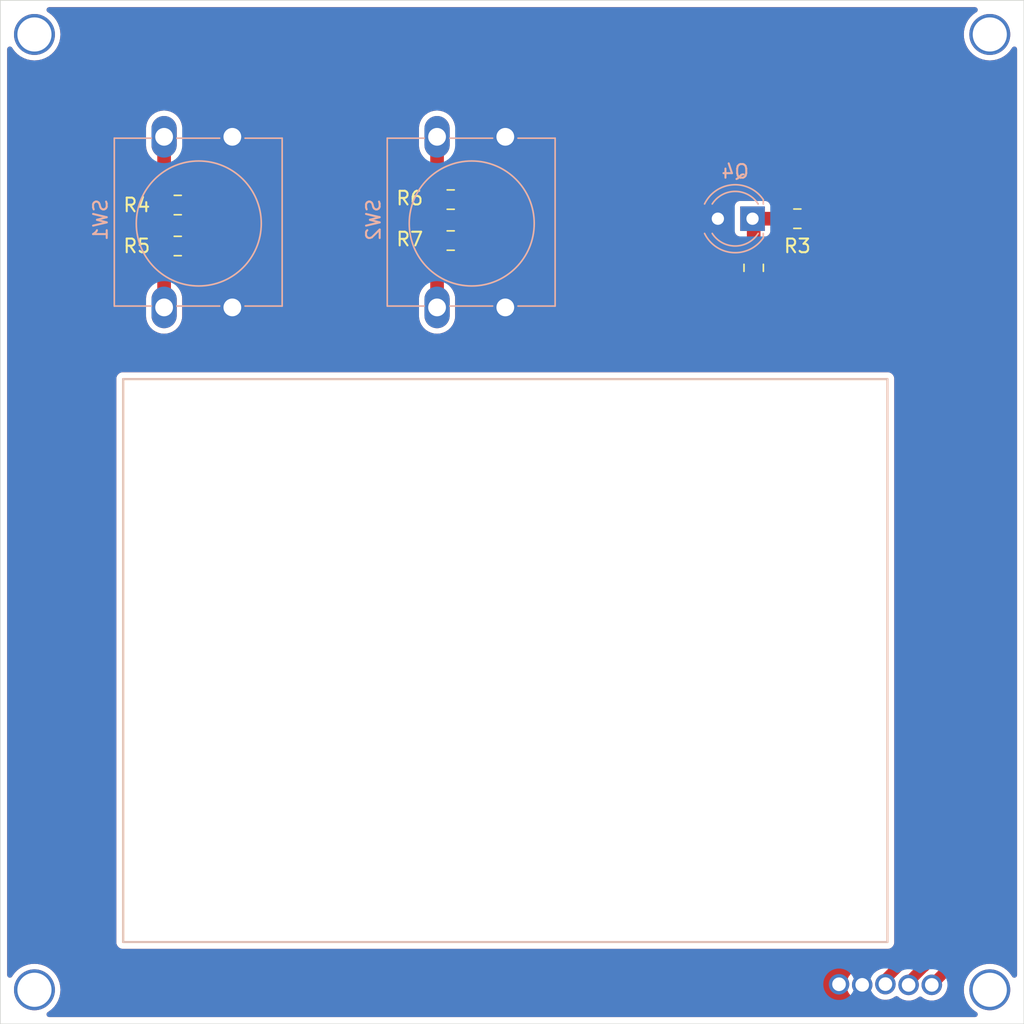
<source format=kicad_pcb>
(kicad_pcb (version 20221018) (generator pcbnew)
  (title_block (title "странный кубик") (date "2023-06-22") (company "НТЦ Вулкан") (comment 1 "Странные игры") (comment 2 "Круглов В.С."))
  (layers (0 "F.Cu" signal) (31 "B.Cu" signal) (34 "B.Paste" user) (35 "F.Paste" user) (36 "B.SilkS" user "B.Silkscreen") (37 "F.SilkS" user "F.Silkscreen") (38 "B.Mask" user) (39 "F.Mask" user) (44 "Edge.Cuts" user))
  (net 0 "")
  (net 1 "GND")
  (net 2 "+3V3")
  (net 3 "B1")
  (net 4 "B2")
  (net 5 "Net-(Q4-C)")
  (net 6 "Net-(R6-Pad1)")
  (net 7 "PhotoSensor")
  (net 8 "Net-(R4-Pad1)")
  (footprint "PCM_4ms_Resistor:R_0805_2012Metric" (layer "F.Cu") (at 162.346 164.64)
    (fp_text reference "R6" (at -3 -0.1) (layer "F.SilkS"))
    (fp_text value "330_0805" hide)
    (fp_line (start -0.258578 -0.71) (end 0.258578 -0.71) (stroke (width 0.12)) (layer "F.SilkS"))
    (fp_line (start -0.258578 0.71) (end 0.258578 0.71) (stroke (width 0.12)) (layer "F.SilkS"))
    (pad "1" smd roundrect (at -0.9375 0) (size 0.975 1.4) (layers "F.Cu" "F.Paste" "F.Mask") (net 6 "Net-(R6-Pad1)"))
    (pad "2" smd roundrect (at 0.9375 0) (size 0.975 1.4) (layers "F.Cu" "F.Paste" "F.Mask") (net 4 "B2"))
  )
  (footprint "PCM_4ms_Resistor:R_0805_2012Metric" (layer "F.Cu") (at 162.346 167.64)
    (fp_text reference "R7" (at -3 -0.1) (layer "F.SilkS"))
    (fp_text value "10k_0805" hide)
    (fp_line (start -0.258578 -0.71) (end 0.258578 -0.71) (stroke (width 0.12)) (layer "F.SilkS"))
    (fp_line (start -0.258578 0.71) (end 0.258578 0.71) (stroke (width 0.12)) (layer "F.SilkS"))
    (pad "1" smd roundrect (at -0.9375 0) (size 0.975 1.4) (layers "F.Cu" "F.Paste" "F.Mask") (net 6 "Net-(R6-Pad1)"))
    (pad "2" smd roundrect (at 0.9375 0) (size 0.975 1.4) (layers "F.Cu" "F.Paste" "F.Mask") (net 2 "+3V3"))
  )
  (footprint "PCM_4ms_Resistor:R_0805_2012Metric" (layer "F.Cu") (at 184.546 169.64 -90)
    (fp_text reference "R20" hide)
    (fp_text value "10k_0805" hide)
    (fp_line (start -0.258578 -0.71) (end 0.258578 -0.71) (stroke (width 0.12)) (layer "F.SilkS"))
    (fp_line (start -0.258578 0.71) (end 0.258578 0.71) (stroke (width 0.12)) (layer "F.SilkS"))
    (pad "1" smd roundrect (at -0.9375 0 270) (size 0.975 1.4) (layers "F.Cu" "F.Paste" "F.Mask") (net 5 "Net-(Q4-C)"))
    (pad "2" smd roundrect (at 0.9375 0 270) (size 0.975 1.4) (layers "F.Cu" "F.Paste" "F.Mask") (net 2 "+3V3"))
  )
  (footprint "PCM_4ms_Resistor:R_0805_2012Metric" (layer "F.Cu") (at 142.346 168.04)
    (fp_text reference "R5" (at -3 0) (layer "F.SilkS"))
    (fp_text value "10k_0805" hide)
    (fp_line (start -0.258578 -0.71) (end 0.258578 -0.71) (stroke (width 0.12)) (layer "F.SilkS"))
    (fp_line (start -0.258578 0.71) (end 0.258578 0.71) (stroke (width 0.12)) (layer "F.SilkS"))
    (pad "1" smd roundrect (at -0.9375 0) (size 0.975 1.4) (layers "F.Cu" "F.Paste" "F.Mask") (net 8 "Net-(R4-Pad1)"))
    (pad "2" smd roundrect (at 0.9375 0) (size 0.975 1.4) (layers "F.Cu" "F.Paste" "F.Mask") (net 2 "+3V3"))
  )
  (footprint "PCM_4ms_Resistor:R_0805_2012Metric" (layer "F.Cu") (at 187.746 166.04)
    (fp_text reference "R3" (at 0 2) (layer "F.SilkS"))
    (fp_text value "330_0805" hide)
    (fp_line (start -0.258578 -0.71) (end 0.258578 -0.71) (stroke (width 0.12)) (layer "F.SilkS"))
    (fp_line (start -0.258578 0.71) (end 0.258578 0.71) (stroke (width 0.12)) (layer "F.SilkS"))
    (pad "1" smd roundrect (at -0.9375 0) (size 0.975 1.4) (layers "F.Cu" "F.Paste" "F.Mask") (net 5 "Net-(Q4-C)"))
    (pad "2" smd roundrect (at 0.9375 0) (size 0.975 1.4) (layers "F.Cu" "F.Paste" "F.Mask") (net 7 "PhotoSensor"))
  )
  (footprint "PCM_4ms_Resistor:R_0805_2012Metric" (layer "F.Cu") (at 142.346 165.04)
    (fp_text reference "R4" (at -3 0) (layer "F.SilkS"))
    (fp_text value "330_0805" hide)
    (fp_line (start -0.258578 -0.71) (end 0.258578 -0.71) (stroke (width 0.12)) (layer "F.SilkS"))
    (fp_line (start -0.258578 0.71) (end 0.258578 0.71) (stroke (width 0.12)) (layer "F.SilkS"))
    (pad "1" smd roundrect (at -0.9375 0) (size 0.975 1.4) (layers "F.Cu" "F.Paste" "F.Mask") (net 8 "Net-(R4-Pad1)"))
    (pad "2" smd roundrect (at 0.9375 0) (size 0.975 1.4) (layers "F.Cu" "F.Paste" "F.Mask") (net 3 "B1"))
  )
  (footprint "LED_THT:LED_D4.0mm" (layer "B.Cu") (at 184.461 166.04 180)
    (fp_text reference "Q4" (at 1.27 3.46) (layer "B.SilkS") (effects (justify mirror)))
    (fp_text value "Q_Photo" hide)
    (fp_line (start -0.79 -1.08) (end -0.79 -1.399) (stroke (width 0.12)) (layer "B.SilkS"))
    (fp_line (start -0.79 1.399) (end -0.79 1.08) (stroke (width 0.12)) (layer "B.SilkS"))
    (fp_arc (start -0.79 -1.398749) (mid 1.453519 -2.483228) (end 3.513242 -1.080724) (stroke (width 0.12)) (layer "B.SilkS"))
    (fp_arc (start -0.41333 -1.08) (mid 1.269429 -2) (end 2.952713 -1.080961) (stroke (width 0.12)) (layer "B.SilkS"))
    (fp_arc (start 2.952713 1.080961) (mid 1.269429 2) (end -0.41333 1.08) (stroke (width 0.12)) (layer "B.SilkS"))
    (fp_arc (start 3.513242 1.080724) (mid 1.453519 2.483228) (end -0.79 1.398749) (stroke (width 0.12)) (layer "B.SilkS"))
    (pad "1" thru_hole rect (at 0 0 180) (size 1.8 1.8) (drill 0.9) (layers "*.Cu" "*.Mask") (net 5 "Net-(Q4-C)"))
    (pad "2" thru_hole circle (at 2.54 0 180) (size 1.8 1.8) (drill 0.9) (layers "*.Cu" "*.Mask") (net 1 "GND"))
  )
  (footprint "Button_Switch_THT:SW_PUSH-12mm" (layer "B.Cu") (at 161.346 160.04 -90)
    (fp_text reference "SW2" (at 6.08 4.66 90) (layer "B.SilkS") (effects (justify mirror)))
    (fp_text value "SW_Push")
    (fp_line (start 0.1 -8.65) (end 0.1 -5.93) (stroke (width 0.12)) (layer "B.SilkS"))
    (fp_line (start 0.1 -4.07) (end 0.1 -0.93) (stroke (width 0.12)) (layer "B.SilkS"))
    (fp_line (start 0.1 0.93) (end 0.1 3.65) (stroke (width 0.12)) (layer "B.SilkS"))
    (fp_line (start 0.1 3.65) (end 12.4 3.65) (stroke (width 0.12)) (layer "B.SilkS"))
    (fp_line (start 12.4 -8.65) (end 0.1 -8.65) (stroke (width 0.12)) (layer "B.SilkS"))
    (fp_line (start 12.4 -5.93) (end 12.4 -8.65) (stroke (width 0.12)) (layer "B.SilkS"))
    (fp_line (start 12.4 -0.93) (end 12.4 -4.07) (stroke (width 0.12)) (layer "B.SilkS"))
    (fp_line (start 12.4 3.65) (end 12.4 0.93) (stroke (width 0.12)) (layer "B.SilkS"))
    (fp_circle (center 6.35 -2.54) (end 10.16 -5.08) (stroke (width 0.12)) (fill none) (layer "B.SilkS"))
    (pad "1" thru_hole oval (at 0 0 270) (size 3.048 1.85) (drill 1.3) (layers "*.Cu" "*.Mask") (net 6 "Net-(R6-Pad1)"))
    (pad "1" thru_hole oval (at 12.5 0 270) (size 3.048 1.85) (drill 1.3) (layers "*.Cu" "*.Mask") (net 6 "Net-(R6-Pad1)"))
    (pad "2" thru_hole oval (at 0 -5 270) (size 3.048 1.85) (drill 1.3) (layers "*.Cu" "*.Mask") (net 1 "GND"))
    (pad "2" thru_hole oval (at 12.5 -5 270) (size 3.048 1.85) (drill 1.3) (layers "*.Cu" "*.Mask") (net 1 "GND"))
  )
  (footprint "Button_Switch_THT:SW_PUSH-12mm" (layer "B.Cu") (at 141.346 160.04 -90)
    (fp_text reference "SW1" (at 6.08 4.66 90) (layer "B.SilkS") (effects (justify mirror)))
    (fp_text value "SW_Push")
    (fp_line (start 0.1 -8.65) (end 0.1 -5.93) (stroke (width 0.12)) (layer "B.SilkS"))
    (fp_line (start 0.1 -4.07) (end 0.1 -0.93) (stroke (width 0.12)) (layer "B.SilkS"))
    (fp_line (start 0.1 0.93) (end 0.1 3.65) (stroke (width 0.12)) (layer "B.SilkS"))
    (fp_line (start 0.1 3.65) (end 12.4 3.65) (stroke (width 0.12)) (layer "B.SilkS"))
    (fp_line (start 12.4 -8.65) (end 0.1 -8.65) (stroke (width 0.12)) (layer "B.SilkS"))
    (fp_line (start 12.4 -5.93) (end 12.4 -8.65) (stroke (width 0.12)) (layer "B.SilkS"))
    (fp_line (start 12.4 -0.93) (end 12.4 -4.07) (stroke (width 0.12)) (layer "B.SilkS"))
    (fp_line (start 12.4 3.65) (end 12.4 0.93) (stroke (width 0.12)) (layer "B.SilkS"))
    (fp_circle (center 6.35 -2.54) (end 10.16 -5.08) (stroke (width 0.12)) (fill none) (layer "B.SilkS"))
    (pad "1" thru_hole oval (at 0 0 270) (size 3.048 1.85) (drill 1.3) (layers "*.Cu" "*.Mask") (net 8 "Net-(R4-Pad1)"))
    (pad "1" thru_hole oval (at 12.5 0 270) (size 3.048 1.85) (drill 1.3) (layers "*.Cu" "*.Mask") (net 8 "Net-(R4-Pad1)"))
    (pad "2" thru_hole oval (at 0 -5 270) (size 3.048 1.85) (drill 1.3) (layers "*.Cu" "*.Mask") (net 1 "GND"))
    (pad "2" thru_hole oval (at 12.5 -5 270) (size 3.048 1.85) (drill 1.3) (layers "*.Cu" "*.Mask") (net 1 "GND"))
  )
  (gr_line (start 138.344924 219.04) (end 194.344924 219.04) (stroke (width 0.15)) (layer "B.SilkS"))
  (gr_line (start 194.346 177.79) (end 138.346 177.79) (stroke (width 0.15)) (layer "B.SilkS"))
  (gr_line (start 138.346 177.79) (end 138.344924 219.04) (stroke (width 0.15)) (layer "B.SilkS"))
  (gr_line (start 194.344924 219.04) (end 194.344924 177.79) (stroke (width 0.15)) (layer "B.SilkS"))
  (gr_line (start 138.346 219.04) (end 194.346 219.04) (stroke (width 0.15)) (layer "F.SilkS"))
  (gr_line (start 138.346 177.79) (end 138.346 219.04) (stroke (width 0.15)) (layer "F.SilkS"))
  (gr_line (start 194.346 219.04) (end 194.344924 177.79) (stroke (width 0.15)) (layer "F.SilkS"))
  (gr_line (start 194.344924 177.79) (end 138.344924 177.79) (stroke (width 0.15)) (layer "F.SilkS"))
  (gr_rect (start 138.344924 177.79) (end 194.344924 219.04) (stroke (width 0.05)) (fill none) (layer "Edge.Cuts"))
  (gr_rect (start 129.346 150.04) (end 204.346 225.04) (stroke (width 0.05)) (fill none) (layer "Edge.Cuts"))
  (via (at 201.846 222.54) (size 3) (drill 2.5) (layers "F.Cu" "B.Cu") (net 0))
  (via (at 131.846 152.54) (size 3) (drill 2.5) (layers "F.Cu" "B.Cu") (net 0))
  (via (at 201.846 152.54) (size 3) (drill 2.5) (layers "F.Cu" "B.Cu") (net 0))
  (via (at 131.846 222.54) (size 3) (drill 2.5) (layers "F.Cu" "B.Cu") (net 0))
  (segment (start 181.921 165.165) (end 181.921 166.04) (width 0.25) (layer "F.Cu") (net 1))
  (segment (start 146.346 172.54) (end 146.346 160.04) (width 1) (layer "F.Cu") (net 1))
  (segment (start 166.346 172.54) (end 166.346 160.04) (width 1) (layer "F.Cu") (net 1))
  (via (at 192.497011 222.17673) (size 1.5) (drill 1) (layers "F.Cu" "B.Cu") (net 1))
  (via (at 190.79801 222.135433) (size 1.5) (drill 1) (layers "F.Cu" "B.Cu") (net 2))
  (segment (start 200.346 173.546515) (end 181.539485 154.74) (width 0.8) (layer "F.Cu") (net 3))
  (segment (start 148.46606 154.74) (end 143.846 159.36006) (width 0.8) (layer "F.Cu") (net 3))
  (segment (start 197.596 222.180701) (end 200.346 219.430701) (width 0.8) (layer "F.Cu") (net 3))
  (segment (start 181.539485 154.74) (end 148.46606 154.74) (width 0.8) (layer "F.Cu") (net 3))
  (segment (start 143.846 164.4775) (end 143.2835 165.04) (width 0.8) (layer "F.Cu") (net 3))
  (segment (start 143.846 159.36006) (end 143.846 164.4775) (width 0.8) (layer "F.Cu") (net 3))
  (segment (start 197.596 222.180701) (end 197.955299 222.180701) (width 0.8) (layer "F.Cu") (net 3))
  (segment (start 200.346 219.430701) (end 200.346 173.546515) (width 0.8) (layer "F.Cu") (net 3))
  (via (at 197.596 222.180701) (size 1.5) (drill 1) (layers "F.Cu" "B.Cu") (net 3))
  (segment (start 197.055299 220.830701) (end 199.346 218.54) (width 0.8) (layer "F.Cu") (net 4))
  (segment (start 163.846 164.0775) (end 163.2835 164.64) (width 0.8) (layer "F.Cu") (net 4))
  (segment (start 199.346 218.54) (end 199.346 174.384993) (width 0.8) (layer "F.Cu") (net 4))
  (segment (start 199.346 174.384993) (end 181.001007 156.04) (width 0.8) (layer "F.Cu") (net 4))
  (segment (start 167.16606 156.04) (end 163.846 159.36006) (width 0.8) (layer "F.Cu") (net 4))
  (segment (start 181.001007 156.04) (end 167.16606 156.04) (width 0.8) (layer "F.Cu") (net 4))
  (segment (start 195.896499 222.183188) (end 195.896499 221.971013) (width 0.8) (layer "F.Cu") (net 4))
  (segment (start 195.896499 221.971013) (end 197.036811 220.830701) (width 0.8) (layer "F.Cu") (net 4))
  (segment (start 197.036811 220.830701) (end 197.055299 220.830701) (width 0.8) (layer "F.Cu") (net 4))
  (segment (start 163.846 159.36006) (end 163.846 164.0775) (width 0.8) (layer "F.Cu") (net 4))
  (via (at 195.896499 222.183188) (size 1.5) (drill 1) (layers "F.Cu" "B.Cu") (net 4))
  (segment (start 184.546 168.7025) (end 184.546 166.125) (width 1) (layer "F.Cu") (net 5))
  (segment (start 184.546 166.125) (end 184.461 166.04) (width 1) (layer "F.Cu") (net 5))
  (segment (start 186.8085 166.04) (end 184.461 166.04) (width 1) (layer "F.Cu") (net 5))
  (segment (start 161.346 172.54) (end 161.346 165.44) (width 1) (layer "F.Cu") (net 6))
  (segment (start 161.346 165.44) (end 161.346 160.04) (width 1) (layer "F.Cu") (net 6))
  (segment (start 197.346 218.620761) (end 197.346 174.7025) (width 0.8) (layer "F.Cu") (net 7))
  (segment (start 197.346 174.7025) (end 188.6835 166.04) (width 0.8) (layer "F.Cu") (net 7))
  (segment (start 194.19801 222.124498) (end 194.19801 221.768751) (width 0.8) (layer "F.Cu") (net 7))
  (segment (start 194.19801 221.768751) (end 197.346 218.620761) (width 0.8) (layer "F.Cu") (net 7))
  (via (at 194.19801 222.124498) (size 1.5) (drill 1) (layers "F.Cu" "B.Cu") (net 7))
  (segment (start 141.4085 165.04) (end 141.4085 166.2275) (width 0.8) (layer "F.Cu") (net 8))
  (segment (start 141.346 166.29) (end 141.346 165.44) (width 1) (layer "F.Cu") (net 8))
  (segment (start 141.346 166.79) (end 141.346 166.29) (width 1) (layer "F.Cu") (net 8))
  (segment (start 141.4085 168.04) (end 141.4085 166.8525) (width 0.8) (layer "F.Cu") (net 8))
  (segment (start 141.4085 166.2275) (end 141.346 166.29) (width 0.8) (layer "F.Cu") (net 8))
  (segment (start 141.4085 166.8525) (end 141.346 166.79) (width 0.8) (layer "F.Cu") (net 8))
  (segment (start 141.346 165.44) (end 141.346 160.04) (width 1) (layer "F.Cu") (net 8))
  (segment (start 141.424 165.518) (end 141.346 165.44) (width 1) (layer "F.Cu") (net 8))
  (segment (start 141.346 172.54) (end 141.346 166.79) (width 1) (layer "F.Cu") (net 8))
  (zone (net 2) (net_name "+3V3") (layer "F.Cu") (name "+3V3") (priority 1) (connect_pads yes (clearance 0.4)) (min_thickness 0.4) (fill yes (thermal_gap 0.4) (thermal_bridge_width 0.4))
    (polygon (pts (xy 129.346 150.04) (xy 129.346 225.04) (xy 204.346 225.04) (xy 204.346 150.04)))
  )
  (zone (net 1) (net_name "GND") (layer "B.Cu") (name "GND") (connect_pads yes (clearance 0.4)) (min_thickness 0.4) (fill yes (thermal_gap 0.4) (thermal_bridge_width 0.4))
    (polygon (pts (xy 129.346 150.04) (xy 129.346 225.04) (xy 204.346 225.04) (xy 204.346 150.04)))
  )
)
</source>
